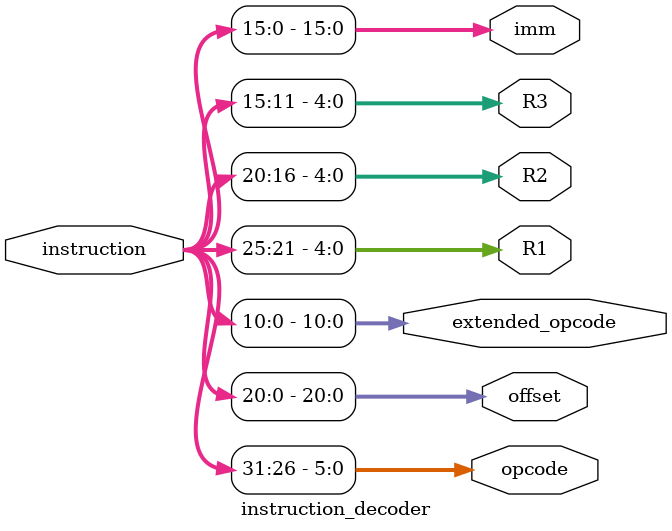
<source format=v>
module instruction_decoder(
    input wire [31:0] instruction,
    output wire [5:0] opcode,
    output wire [20:0] offset,
    output wire [10:0] extended_opcode,
    output wire [4:0] R1,
    output wire [4:0] R2,
    output wire [4:0] R3,
    output wire [15:0] imm
);
    assign opcode ={instruction[31:26]};
    assign offset ={instruction[20:0]};
    assign extended_opcode ={instruction[10:0]};
    assign R1 ={instruction[25:21]};
    assign R2 ={instruction[20:16]};
    assign R3 ={instruction[15:11]};
    assign imm ={instruction[15:0]};

endmodule

</source>
